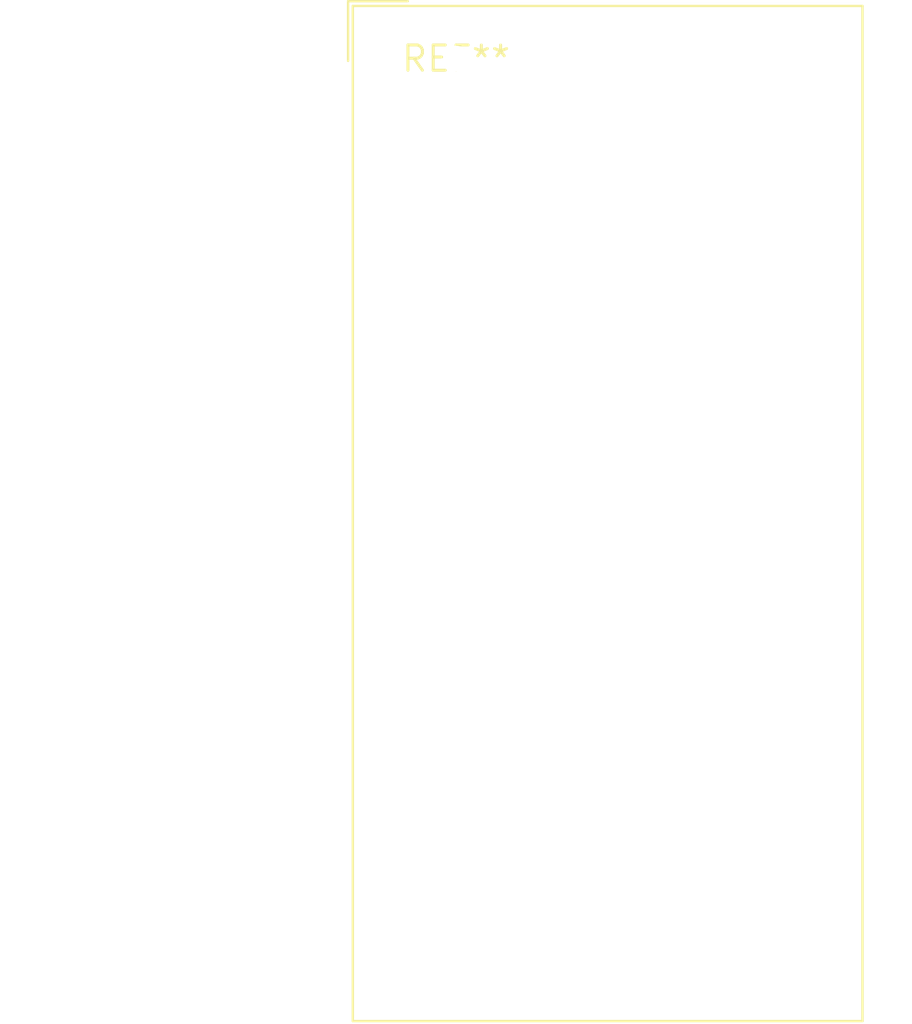
<source format=kicad_pcb>
(kicad_pcb (version 20240108) (generator pcbnew)
  (layers (0 "F.Cu" signal) (31 "B.Cu" signal) (34 "B.Paste" user) (35 "F.Paste" user) (36 "B.SilkS" user "B.Silkscreen") (37 "F.SilkS" user "F.Silkscreen") (38 "B.Mask" user) (39 "F.Mask" user) (44 "Edge.Cuts" user))
  (net 0 "")
  (footprint "Converter_DCDC_TRACO_THB10-xxxx_Single_THT" (layer "F.Cu") (at 0 0)
    (property "Reference" "REF**")
    (property "Value" "Converter_DCDC_TRACO_THB10-xxxx_Single_THT")
    (fp_line (start -5.43 -2.89) (end -2.43 -2.89) (layer "F.SilkS") (stroke (width 0.12)))
    (fp_line (start -5.43 0.11) (end -5.43 -2.89) (layer "F.SilkS") (stroke (width 0.12)))
    (fp_line (start -5.19 -2.65) (end -5.19 48.37) (layer "F.SilkS") (stroke (width 0.12)))
    (fp_line (start -5.19 -2.65) (end 20.43 -2.65) (layer "F.SilkS") (stroke (width 0.12)))
    (fp_line (start -5.19 48.37) (end 20.43 48.37) (layer "F.SilkS") (stroke (width 0.12)))
    (fp_line (start 20.43 -2.65) (end 20.43 48.37) (layer "F.SilkS") (stroke (width 0.12)))
    (pad "1" thru_hole rect (at 0 0) (size 2.3 2.3) (drill 1.3) (layers *.Cu *.Mask) (remove_unused_layers))
    (pad "2" thru_hole circle (at 5.08 0) (size 2.3 2.3) (drill 1.3) (layers *.Cu *.Mask) (remove_unused_layers))
    (pad "3" thru_hole circle (at -2.54 45.72) (size 2.3 2.3) (drill 1.3) (layers *.Cu *.Mask) (remove_unused_layers))
    (pad "5" thru_hole circle (at 17.78 45.72) (size 2.3 2.3) (drill 1.3) (layers *.Cu *.Mask) (remove_unused_layers))
  )
)
</source>
